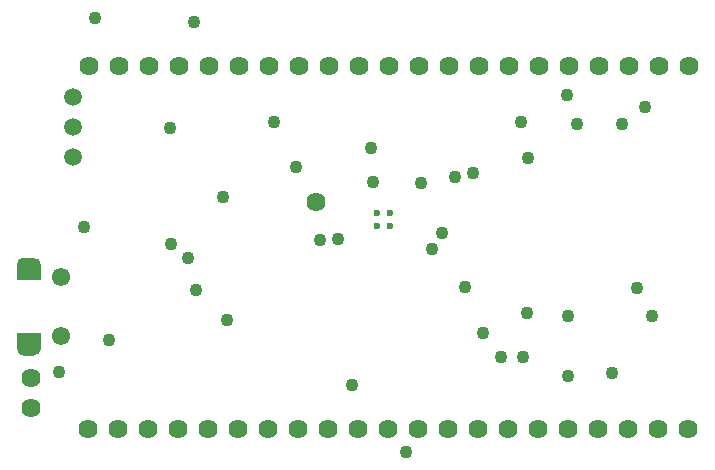
<source format=gbs>
G04*
G04 #@! TF.GenerationSoftware,Altium Limited,Altium Designer,18.1.6 (161)*
G04*
G04 Layer_Color=16711935*
%FSAX44Y44*%
%MOMM*%
G71*
G01*
G75*
%ADD12C,0.6000*%
%ADD62C,1.5500*%
%ADD63C,1.6240*%
%ADD64C,1.5000*%
%ADD65C,1.1000*%
%ADD66C,0.6000*%
G36*
X00025098Y00121878D02*
X00025192Y00121849D01*
X00025279Y00121803D01*
X00025355Y00121740D01*
X00025418Y00121664D01*
X00025464Y00121577D01*
X00025493Y00121483D01*
X00025503Y00121385D01*
Y00108385D01*
X00025493Y00108287D01*
X00025464Y00108193D01*
X00025418Y00108106D01*
X00025355Y00108030D01*
X00025279Y00107967D01*
X00025192Y00107921D01*
X00025098Y00107892D01*
X00025000Y00107882D01*
X00020503D01*
Y00103385D01*
X00020493Y00103287D01*
X00020465Y00103193D01*
X00020418Y00103106D01*
X00020356Y00103030D01*
X00020280Y00102967D01*
X00020193Y00102921D01*
X00020098Y00102892D01*
X00020000Y00102883D01*
X00011000Y00102882D01*
X00011000D01*
D01*
X00010902Y00102892D01*
X00010808Y00102921D01*
X00010721Y00102967D01*
X00010645Y00103030D01*
X00010582Y00103106D01*
X00010536Y00103193D01*
X00010507Y00103287D01*
X00010498Y00103385D01*
Y00103385D01*
D01*
Y00107882D01*
X00006000D01*
X00005902Y00107892D01*
X00005808Y00107921D01*
X00005721Y00107967D01*
X00005645Y00108030D01*
X00005582Y00108106D01*
X00005536Y00108193D01*
X00005507Y00108287D01*
X00005498Y00108385D01*
Y00121385D01*
X00005507Y00121483D01*
X00005536Y00121577D01*
X00005582Y00121664D01*
X00005645Y00121740D01*
X00005721Y00121803D01*
X00005808Y00121849D01*
X00005902Y00121878D01*
X00006000Y00121887D01*
X00025000D01*
X00025098Y00121878D01*
D02*
G37*
G36*
X00020098Y00185878D02*
X00020192Y00185849D01*
X00020279Y00185803D01*
X00020355Y00185740D01*
X00020418Y00185664D01*
X00020464Y00185577D01*
X00020493Y00185483D01*
X00020503Y00185385D01*
Y00185385D01*
D01*
Y00180887D01*
X00025000D01*
X00025098Y00180878D01*
X00025192Y00180849D01*
X00025279Y00180803D01*
X00025355Y00180740D01*
X00025418Y00180664D01*
X00025464Y00180577D01*
X00025493Y00180483D01*
X00025503Y00180385D01*
Y00167385D01*
X00025493Y00167287D01*
X00025464Y00167193D01*
X00025418Y00167106D01*
X00025355Y00167030D01*
X00025279Y00166967D01*
X00025192Y00166921D01*
X00025098Y00166892D01*
X00025000Y00166882D01*
X00006000D01*
X00005902Y00166892D01*
X00005808Y00166921D01*
X00005721Y00166967D01*
X00005645Y00167030D01*
X00005582Y00167106D01*
X00005536Y00167193D01*
X00005507Y00167287D01*
X00005498Y00167385D01*
Y00180385D01*
X00005507Y00180483D01*
X00005536Y00180577D01*
X00005582Y00180664D01*
X00005645Y00180740D01*
X00005721Y00180803D01*
X00005808Y00180849D01*
X00005902Y00180878D01*
X00006000Y00180887D01*
X00010497D01*
Y00185385D01*
X00010507Y00185483D01*
X00010536Y00185577D01*
X00010582Y00185664D01*
X00010645Y00185740D01*
X00010721Y00185802D01*
X00010808Y00185849D01*
X00010902Y00185877D01*
X00011000Y00185887D01*
X00020000Y00185887D01*
X00020000D01*
D01*
X00020098Y00185878D01*
D02*
G37*
D12*
X00013500Y00180385D02*
G03*
X00013500Y00180385I-00002500J00000000D01*
G01*
X00022500D02*
G03*
X00022500Y00180385I-00002500J00000000D01*
G01*
X00022500Y00108385D02*
G03*
X00022500Y00108385I-00002500J00000000D01*
G01*
X00013500D02*
G03*
X00013500Y00108385I-00002500J00000000D01*
G01*
D62*
X00042500Y00119385D02*
D03*
Y00169385D02*
D03*
D63*
X00167168Y00040800D02*
D03*
X00141768D02*
D03*
X00065568D02*
D03*
X00116368D02*
D03*
X00090968D02*
D03*
X00243368D02*
D03*
X00268768D02*
D03*
X00217968D02*
D03*
X00192568D02*
D03*
X00294168D02*
D03*
X00319568D02*
D03*
X00370368D02*
D03*
X00344968D02*
D03*
X00548168D02*
D03*
X00573568D02*
D03*
X00522768D02*
D03*
X00497368D02*
D03*
X00395768D02*
D03*
X00421168D02*
D03*
X00471968D02*
D03*
X00446568D02*
D03*
X00167768Y00348000D02*
D03*
X00142368D02*
D03*
X00066168D02*
D03*
X00116968D02*
D03*
X00091568D02*
D03*
X00243968D02*
D03*
X00269368D02*
D03*
X00218568D02*
D03*
X00193168D02*
D03*
X00294768D02*
D03*
X00320168D02*
D03*
X00370968D02*
D03*
X00345568D02*
D03*
X00548768D02*
D03*
X00574168D02*
D03*
X00523368D02*
D03*
X00497968D02*
D03*
X00396368D02*
D03*
X00421768D02*
D03*
X00472568D02*
D03*
X00447168D02*
D03*
X00258568Y00233000D02*
D03*
X00017502Y00083549D02*
D03*
Y00058149D02*
D03*
D64*
X00052550Y00322187D02*
D03*
Y00271387D02*
D03*
Y00296786D02*
D03*
D65*
X00385000Y00161000D02*
D03*
X00375999Y00254000D02*
D03*
X00391594Y00257150D02*
D03*
X00183000Y00133056D02*
D03*
X00157256Y00158000D02*
D03*
X00179769Y00237000D02*
D03*
X00437369Y00139000D02*
D03*
X00277404Y00202000D02*
D03*
X00135000Y00295565D02*
D03*
X00222753Y00301065D02*
D03*
X00432000D02*
D03*
X00261802Y00201000D02*
D03*
X00434000Y00101674D02*
D03*
X00415102Y00101674D02*
D03*
X00471968Y00086000D02*
D03*
X00472232Y00136350D02*
D03*
X00518000Y00298640D02*
D03*
X00071914Y00389000D02*
D03*
X00155000Y00385000D02*
D03*
X00509000Y00088439D02*
D03*
X00334654Y00021000D02*
D03*
X00304999Y00278999D02*
D03*
X00241587Y00262477D02*
D03*
X00306999Y00249999D02*
D03*
X00061840Y00211715D02*
D03*
X00041005Y00089000D02*
D03*
X00471000Y00323390D02*
D03*
X00438286Y00270286D02*
D03*
X00542980Y00136000D02*
D03*
X00537000Y00313640D02*
D03*
X00083568Y00116000D02*
D03*
X00347608Y00248846D02*
D03*
X00356498Y00193093D02*
D03*
X00530618Y00160454D02*
D03*
X00365134Y00206555D02*
D03*
X00479818Y00299008D02*
D03*
X00399932Y00122100D02*
D03*
X00135712Y00197652D02*
D03*
X00288680Y00077650D02*
D03*
X00150283Y00185324D02*
D03*
D66*
X00310500Y00212917D02*
D03*
Y00223917D02*
D03*
X00321500Y00212917D02*
D03*
Y00223917D02*
D03*
M02*

</source>
